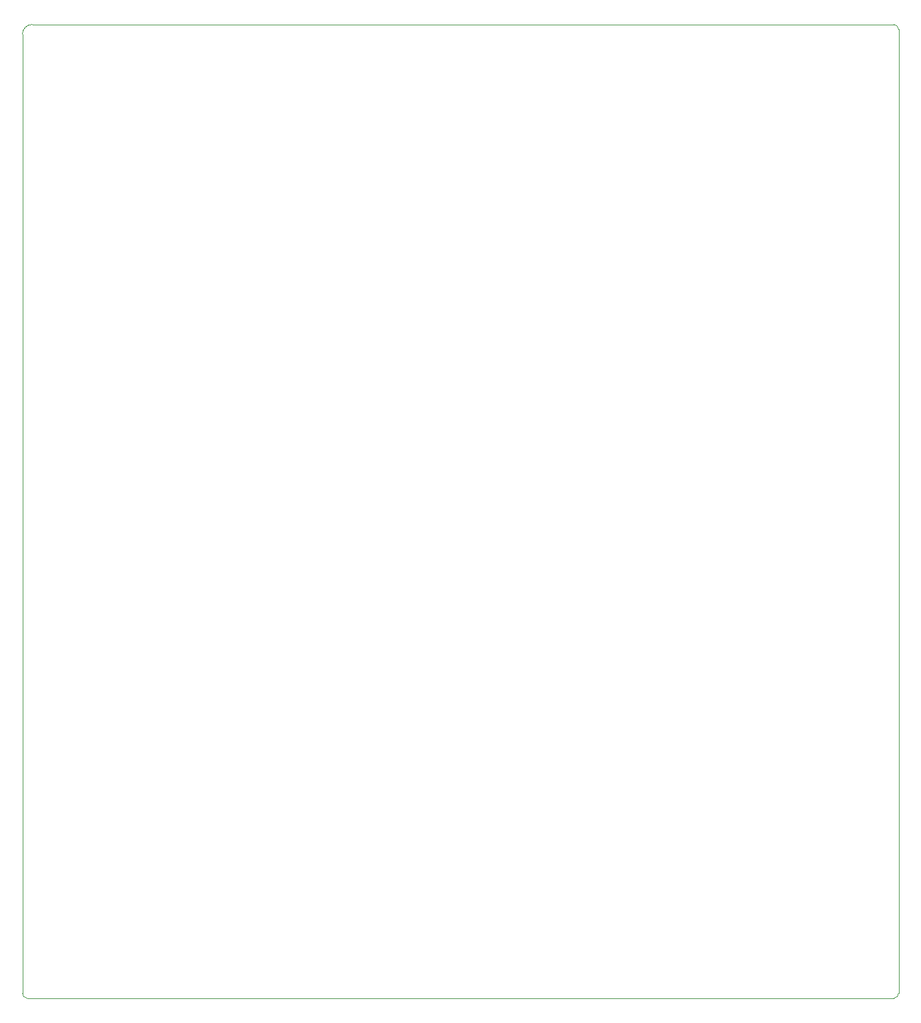
<source format=gm1>
%TF.GenerationSoftware,KiCad,Pcbnew,(5.1.12-1-10_14)*%
%TF.CreationDate,2021-11-22T22:32:19+08:00*%
%TF.ProjectId,Pragmatic,50726167-6d61-4746-9963-2e6b69636164,0.2.1*%
%TF.SameCoordinates,Original*%
%TF.FileFunction,Profile,NP*%
%FSLAX46Y46*%
G04 Gerber Fmt 4.6, Leading zero omitted, Abs format (unit mm)*
G04 Created by KiCad (PCBNEW (5.1.12-1-10_14)) date 2021-11-22 22:32:19*
%MOMM*%
%LPD*%
G01*
G04 APERTURE LIST*
%TA.AperFunction,Profile*%
%ADD10C,0.120000*%
%TD*%
G04 APERTURE END LIST*
D10*
X161290000Y-34925000D02*
G75*
G02*
X161925000Y-35560000I0J-635000D01*
G01*
X161925000Y-161290000D02*
G75*
G02*
X161290000Y-161925000I-635000J0D01*
G01*
X48260000Y-161925000D02*
X161290000Y-161925000D01*
X48260000Y-161925000D02*
G75*
G02*
X47625000Y-161290000I0J635000D01*
G01*
X161925000Y-35560000D02*
X161925000Y-161290000D01*
X47625000Y-36195000D02*
G75*
G02*
X48895000Y-34925000I1270000J0D01*
G01*
X161290000Y-34925000D02*
X48895000Y-34925000D01*
X47625000Y-36195000D02*
X47625000Y-161290000D01*
M02*

</source>
